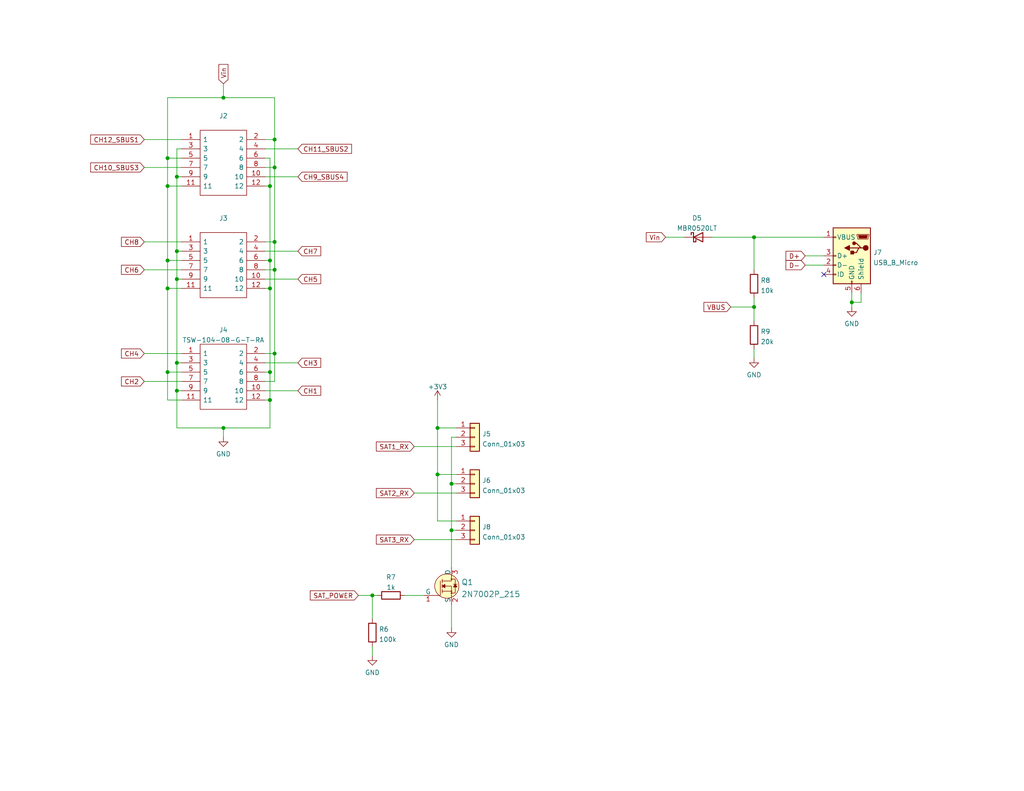
<source format=kicad_sch>
(kicad_sch (version 20250114) (generator "eeschema") (generator_version "9.0")
  (paper "USLetter")
  (title_block (title "RX12G") (date "2022-04-25") (rev "1.0") (company "Quantum Embedded Systems"))
  (lib_symbols
    (symbol "Connector_Generic:Conn_01x03" (pin_names (offset 1.016) (hide yes))
      (property "Reference" "J" (at 0 5.08 0))
      (property "Value" "Conn_01x03" (at 0 -5.08 0))
      (symbol "Conn_01x03_1_1"
        (rectangle (start -1.27 3.81) (end 1.27 -3.81) (stroke (width 0.254)) (fill (type background)))
        (rectangle (start -1.27 2.667) (end 0 2.413) (stroke (width 0.1524)))
        (rectangle (start -1.27 0.127) (end 0 -0.127) (stroke (width 0.1524)))
        (rectangle (start -1.27 -2.413) (end 0 -2.667) (stroke (width 0.1524)))
        (pin passive line (at -5.08 2.54 0) (length 3.81) (name "Pin_1") (number "1"))
        (pin passive line (at -5.08 0 0) (length 3.81) (name "Pin_2") (number "2"))
        (pin passive line (at -5.08 -2.54 0) (length 3.81) (name "Pin_3") (number "3"))
      )
    )
    (symbol "Device:R" (pin_numbers (hide yes)) (pin_names (offset 0))
      (property "Reference" "R" (at 2.032 0 90))
      (property "Value" "R" (at 0 0 90))
      (symbol "R_0_1"
        (rectangle (start -1.016 -2.54) (end 1.016 2.54) (stroke (width 0.254)))
      )
      (symbol "R_1_1"
        (pin passive line (at 0 3.81 270) (length 1.27) (name "~") (number "1"))
        (pin passive line (at 0 -3.81 90) (length 1.27) (name "~") (number "2"))
      )
    )
    (symbol "Digikey:2N7002P_215" (pin_names (offset 0))
      (property "Reference" "Q" (at -2.6924 3.6322 0))
      (property "Value" "2N7002P_215" (at 3.4544 0 90))
      (symbol "2N7002P_215_0_1"
        (polyline (pts (xy -5.08 -2.54) (xy -3.048 -2.54) (xy -3.048 1.397)))
        (circle (center -1.27 0) (radius 3.302) (fill (type background)))
        (polyline (pts (xy -0.127 -1.905) (xy 1.016 -1.905) (xy 1.016 1.397) (xy 1.016 1.905) (xy -0.127 1.905)))
        (polyline (pts (xy 0 2.54) (xy 0 1.397) (xy -2.54 1.397)))
        (circle (center 0 1.905) (radius 0.127))
        (polyline (pts (xy 0 -1.397) (xy -2.54 -1.397)))
        (circle (center 0 -1.397) (radius 0.127))
        (circle (center 0 -1.905) (radius 0.127))
        (polyline (pts (xy 0 -2.54) (xy 0 0) (xy -2.54 0)))
      )
      (symbol "2N7002P_215_1_1"
        (polyline (pts (xy -2.54 1.905) (xy -2.54 0.889)))
        (polyline (pts (xy -2.54 0) (xy -2.54 0.508)))
        (polyline (pts (xy -2.54 0) (xy -2.54 -0.508)))
        (polyline (pts (xy -2.54 0) (xy -1.778 0.508) (xy -1.778 -0.508) (xy -2.54 0)) (fill (type outline)))
        (polyline (pts (xy -2.54 -1.397) (xy -2.54 -0.889)))
        (polyline (pts (xy -2.54 -1.397) (xy -2.54 -1.905)))
        (polyline (pts (xy 1.016 0.508) (xy 0.508 -0.254) (xy 1.524 -0.254) (xy 1.016 0.508)) (fill (type outline)))
        (polyline (pts (xy 1.524 0.508) (xy 0.508 0.508)))
        (pin bidirectional line (at -7.62 -2.54 0) (length 2.54) (name "G") (number "1"))
        (pin bidirectional line (at 0 5.08 270) (length 2.54) (name "D") (number "3"))
        (pin bidirectional line (at 0 -5.08 90) (length 2.54) (name "S") (number "2"))
      )
    )
    (symbol "Diode:MBR0520LT" (pin_numbers (hide yes)) (pin_names (offset 1.016) (hide yes))
      (property "Reference" "D" (at 0 2.54 0))
      (property "Value" "MBR0520LT" (at 0 -2.54 0))
      (symbol "MBR0520LT_0_1"
        (polyline (pts (xy -1.905 0.635) (xy -1.905 1.27) (xy -1.27 1.27) (xy -1.27 -1.27) (xy -0.635 -1.27) (xy -0.635 -0.635)) (stroke (width 0.254)))
        (polyline (pts (xy 1.27 1.27) (xy 1.27 -1.27) (xy -1.27 0) (xy 1.27 1.27)) (stroke (width 0.254)))
        (polyline (pts (xy 1.27 0) (xy -1.27 0)))
      )
      (symbol "MBR0520LT_1_1"
        (pin passive line (at -3.81 0 0) (length 2.54) (name "K") (number "1"))
        (pin passive line (at 3.81 0 180) (length 2.54) (name "A") (number "2"))
      )
    )
    (symbol "SamacSys_Parts:TSW-104-08-G-T-RA" (pin_names (offset 0.762))
      (property "Reference" "J" (at 19.05 7.62 0))
      (property "Value" "TSW-104-08-G-T-RA" (at 19.05 5.08 0))
      (symbol "TSW-104-08-G-T-RA_0_0"
        (pin passive line (at 0 0 0) (length 5.08) (name "1") (number "1"))
        (pin passive line (at 0 -2.54 0) (length 5.08) (name "3") (number "3"))
        (pin passive line (at 0 -5.08 0) (length 5.08) (name "5") (number "5"))
        (pin passive line (at 0 -7.62 0) (length 5.08) (name "7") (number "7"))
        (pin passive line (at 0 -10.16 0) (length 5.08) (name "9") (number "9"))
        (pin passive line (at 0 -12.7 0) (length 5.08) (name "11") (number "11"))
        (pin passive line (at 22.86 0 180) (length 5.08) (name "2") (number "2"))
        (pin passive line (at 22.86 -2.54 180) (length 5.08) (name "4") (number "4"))
        (pin passive line (at 22.86 -5.08 180) (length 5.08) (name "6") (number "6"))
        (pin passive line (at 22.86 -7.62 180) (length 5.08) (name "8") (number "8"))
        (pin passive line (at 22.86 -10.16 180) (length 5.08) (name "10") (number "10"))
        (pin passive line (at 22.86 -12.7 180) (length 5.08) (name "12") (number "12"))
      )
      (symbol "TSW-104-08-G-T-RA_0_1"
        (polyline (pts (xy 5.08 2.54) (xy 17.78 2.54) (xy 17.78 -15.24) (xy 5.08 -15.24) (xy 5.08 2.54)) (stroke (width 0.1524)))
      )
    )
    (symbol "SamacSys_Parts:USB_B_Micro" (pin_names (offset 1.016))
      (property "Reference" "J" (at -5.08 11.43 0))
      (property "Value" "USB_B_Micro" (at -5.08 8.89 0))
      (symbol "USB_B_Micro_0_1"
        (rectangle (start -5.08 -7.62) (end 5.08 7.62) (stroke (width 0.254)) (fill (type background)))
        (polyline (pts (xy -4.699 5.842) (xy -4.699 5.588) (xy -4.445 4.826) (xy -4.445 4.572) (xy -1.651 4.572) (xy -1.651 4.826) (xy -1.397 5.588) (xy -1.397 5.842) (xy -4.699 5.842)))
        (polyline (pts (xy -4.318 5.588) (xy -1.778 5.588) (xy -2.032 4.826) (xy -4.064 4.826) (xy -4.318 5.588)) (fill (type outline)))
        (circle (center -3.81 2.159) (radius 0.635) (stroke (width 0.254)) (fill (type outline)))
        (polyline (pts (xy -3.175 2.159) (xy -2.54 2.159) (xy -1.27 3.429) (xy -0.635 3.429)) (stroke (width 0.254)))
        (polyline (pts (xy -2.54 2.159) (xy -1.905 2.159) (xy -1.27 0.889) (xy 0 0.889)) (stroke (width 0.254)))
        (polyline (pts (xy -1.905 2.159) (xy 0.635 2.159)) (stroke (width 0.254)))
        (circle (center -0.635 3.429) (radius 0.381) (stroke (width 0.254)) (fill (type outline)))
        (rectangle (start -0.127 -7.62) (end 0.127 -6.858))
        (rectangle (start 0.254 1.27) (end -0.508 0.508) (stroke (width 0.254)) (fill (type outline)))
        (polyline (pts (xy 0.635 2.794) (xy 0.635 1.524) (xy 1.905 2.159) (xy 0.635 2.794)) (stroke (width 0.254)) (fill (type outline)))
        (rectangle (start 5.08 4.953) (end 4.318 5.207))
        (rectangle (start 5.08 -0.127) (end 4.318 0.127))
        (rectangle (start 5.08 -2.667) (end 4.318 -2.413))
        (rectangle (start 5.08 -5.207) (end 4.318 -4.953))
      )
      (symbol "USB_B_Micro_1_1"
        (pin passive line (at -2.54 -10.16 90) (length 2.54) (name "Shield") (number "6"))
        (pin passive line (at 0 -10.16 90) (length 2.54) (name "GND") (number "5"))
        (pin passive line (at 7.62 5.08 180) (length 2.54) (name "VBUS") (number "1"))
        (pin bidirectional line (at 7.62 0 180) (length 2.54) (name "D+") (number "3"))
        (pin bidirectional line (at 7.62 -2.54 180) (length 2.54) (name "D-") (number "2"))
        (pin passive line (at 7.62 -5.08 180) (length 2.54) (name "ID") (number "4"))
      )
    )
    (symbol "power:+3V3" (power) (pin_names (offset 0))
      (property "Value" "+3V3" (at 0 3.556 0))
      (symbol "+3V3_0_1"
        (polyline (pts (xy -0.762 1.27) (xy 0 2.54)))
        (polyline (pts (xy 0 2.54) (xy 0.762 1.27)))
        (polyline (pts (xy 0 0) (xy 0 2.54)))
      )
      (symbol "+3V3_1_1"
        (pin power_in line (at 0 0 90) (length 0) (hide yes) (name "+3V3") (number "1"))
      )
    )
    (symbol "power:GND" (power) (pin_names (offset 0))
      (property "Value" "GND" (at 0 -3.81 0))
      (symbol "GND_0_1"
        (polyline (pts (xy 0 0) (xy 0 -1.27) (xy 1.27 -1.27) (xy 0 -2.54) (xy -1.27 -1.27) (xy 0 -1.27)))
      )
      (symbol "GND_1_1"
        (pin power_in line (at 0 0 270) (length 0) (hide yes) (name "GND") (number "1"))
      )
    )
  )
  (junction (at 119.38 129.54))
  (junction (at 45.72 50.8))
  (junction (at 48.26 48.26))
  (junction (at 205.74 83.82))
  (junction (at 45.72 71.12))
  (junction (at 74.93 38.1))
  (junction (at 101.6 162.56))
  (junction (at 60.96 26.67))
  (junction (at 123.19 144.78))
  (junction (at 73.66 71.12))
  (junction (at 45.72 43.18))
  (junction (at 205.74 64.77))
  (junction (at 73.66 109.22))
  (junction (at 74.93 45.72))
  (junction (at 45.72 101.6))
  (junction (at 48.26 106.68))
  (junction (at 74.93 66.04))
  (junction (at 60.96 116.84))
  (junction (at 48.26 76.2))
  (junction (at 73.66 78.74))
  (junction (at 48.26 99.06))
  (junction (at 119.38 116.84))
  (junction (at 73.66 101.6))
  (junction (at 232.41 82.55))
  (junction (at 48.26 68.58))
  (junction (at 123.19 132.08))
  (junction (at 74.93 73.66))
  (junction (at 45.72 78.74))
  (junction (at 73.66 50.8))
  (junction (at 74.93 96.52))
  (no_connect (at 224.79 74.93))
  (wire (pts (xy 49.53 71.12) (xy 45.72 71.12)))
  (wire (pts (xy 39.37 73.66) (xy 49.53 73.66)))
  (wire (pts (xy 48.26 76.2) (xy 48.26 99.06)))
  (wire (pts (xy 205.74 64.77) (xy 224.79 64.77)))
  (wire (pts (xy 113.03 147.32) (xy 124.46 147.32)))
  (wire (pts (xy 101.6 162.56) (xy 101.6 168.91)))
  (wire (pts (xy 73.66 109.22) (xy 72.39 109.22)))
  (wire (pts (xy 49.53 48.26) (xy 48.26 48.26)))
  (wire (pts (xy 234.95 82.55) (xy 232.41 82.55)))
  (wire (pts (xy 72.39 38.1) (xy 74.93 38.1)))
  (wire (pts (xy 74.93 73.66) (xy 74.93 96.52)))
  (wire (pts (xy 48.26 116.84) (xy 60.96 116.84)))
  (wire (pts (xy 48.26 68.58) (xy 48.26 76.2)))
  (wire (pts (xy 73.66 71.12) (xy 73.66 78.74)))
  (wire (pts (xy 39.37 66.04) (xy 49.53 66.04)))
  (wire (pts (xy 72.39 43.18) (xy 73.66 43.18)))
  (wire (pts (xy 123.19 144.78) (xy 124.46 144.78)))
  (wire (pts (xy 60.96 116.84) (xy 73.66 116.84)))
  (wire (pts (xy 45.72 43.18) (xy 45.72 26.67)))
  (wire (pts (xy 49.53 99.06) (xy 48.26 99.06)))
  (wire (pts (xy 113.03 134.62) (xy 124.46 134.62)))
  (wire (pts (xy 72.39 78.74) (xy 73.66 78.74)))
  (wire (pts (xy 124.46 142.24) (xy 119.38 142.24)))
  (wire (pts (xy 72.39 66.04) (xy 74.93 66.04)))
  (wire (pts (xy 123.19 132.08) (xy 123.19 144.78)))
  (wire (pts (xy 219.71 72.39) (xy 224.79 72.39)))
  (wire (pts (xy 45.72 50.8) (xy 45.72 43.18)))
  (wire (pts (xy 72.39 68.58) (xy 81.28 68.58)))
  (wire (pts (xy 39.37 38.1) (xy 49.53 38.1)))
  (wire (pts (xy 73.66 50.8) (xy 73.66 71.12)))
  (wire (pts (xy 119.38 129.54) (xy 119.38 142.24)))
  (wire (pts (xy 45.72 101.6) (xy 45.72 78.74)))
  (wire (pts (xy 49.53 109.22) (xy 45.72 109.22)))
  (wire (pts (xy 101.6 176.53) (xy 101.6 179.07)))
  (wire (pts (xy 123.19 132.08) (xy 124.46 132.08)))
  (wire (pts (xy 48.26 106.68) (xy 49.53 106.68)))
  (wire (pts (xy 74.93 26.67) (xy 60.96 26.67)))
  (wire (pts (xy 119.38 116.84) (xy 124.46 116.84)))
  (wire (pts (xy 48.26 106.68) (xy 48.26 116.84)))
  (wire (pts (xy 49.53 50.8) (xy 45.72 50.8)))
  (wire (pts (xy 205.74 95.25) (xy 205.74 97.79)))
  (wire (pts (xy 48.26 68.58) (xy 49.53 68.58)))
  (wire (pts (xy 205.74 64.77) (xy 205.74 73.66)))
  (wire (pts (xy 72.39 50.8) (xy 73.66 50.8)))
  (wire (pts (xy 45.72 50.8) (xy 45.72 71.12)))
  (wire (pts (xy 45.72 26.67) (xy 60.96 26.67)))
  (wire (pts (xy 123.19 165.1) (xy 123.19 171.45)))
  (wire (pts (xy 39.37 104.14) (xy 49.53 104.14)))
  (wire (pts (xy 234.95 80.01) (xy 234.95 82.55)))
  (wire (pts (xy 72.39 73.66) (xy 74.93 73.66)))
  (wire (pts (xy 101.6 162.56) (xy 102.87 162.56)))
  (wire (pts (xy 48.26 48.26) (xy 48.26 68.58)))
  (wire (pts (xy 49.53 101.6) (xy 45.72 101.6)))
  (wire (pts (xy 119.38 129.54) (xy 124.46 129.54)))
  (wire (pts (xy 123.19 144.78) (xy 123.19 154.94)))
  (wire (pts (xy 48.26 99.06) (xy 48.26 106.68)))
  (wire (pts (xy 181.61 64.77) (xy 186.69 64.77)))
  (wire (pts (xy 113.03 121.92) (xy 124.46 121.92)))
  (wire (pts (xy 74.93 66.04) (xy 74.93 73.66)))
  (wire (pts (xy 119.38 109.22) (xy 119.38 116.84)))
  (wire (pts (xy 72.39 71.12) (xy 73.66 71.12)))
  (wire (pts (xy 74.93 38.1) (xy 74.93 26.67)))
  (wire (pts (xy 72.39 45.72) (xy 74.93 45.72)))
  (wire (pts (xy 39.37 45.72) (xy 49.53 45.72)))
  (wire (pts (xy 73.66 101.6) (xy 73.66 109.22)))
  (wire (pts (xy 49.53 78.74) (xy 45.72 78.74)))
  (wire (pts (xy 72.39 104.14) (xy 74.93 104.14)))
  (wire (pts (xy 199.39 83.82) (xy 205.74 83.82)))
  (wire (pts (xy 219.71 69.85) (xy 224.79 69.85)))
  (wire (pts (xy 72.39 96.52) (xy 74.93 96.52)))
  (wire (pts (xy 72.39 48.26) (xy 81.28 48.26)))
  (wire (pts (xy 97.79 162.56) (xy 101.6 162.56)))
  (wire (pts (xy 48.26 40.64) (xy 48.26 48.26)))
  (wire (pts (xy 45.72 71.12) (xy 45.72 78.74)))
  (wire (pts (xy 49.53 40.64) (xy 48.26 40.64)))
  (wire (pts (xy 119.38 116.84) (xy 119.38 129.54)))
  (wire (pts (xy 49.53 43.18) (xy 45.72 43.18)))
  (wire (pts (xy 232.41 82.55) (xy 232.41 83.82)))
  (wire (pts (xy 73.66 43.18) (xy 73.66 50.8)))
  (wire (pts (xy 72.39 76.2) (xy 81.28 76.2)))
  (wire (pts (xy 232.41 80.01) (xy 232.41 82.55)))
  (wire (pts (xy 49.53 76.2) (xy 48.26 76.2)))
  (wire (pts (xy 74.93 96.52) (xy 74.93 104.14)))
  (wire (pts (xy 74.93 66.04) (xy 74.93 45.72)))
  (wire (pts (xy 60.96 116.84) (xy 60.96 119.38)))
  (wire (pts (xy 60.96 22.86) (xy 60.96 26.67)))
  (wire (pts (xy 72.39 106.68) (xy 81.28 106.68)))
  (wire (pts (xy 205.74 81.28) (xy 205.74 83.82)))
  (wire (pts (xy 72.39 101.6) (xy 73.66 101.6)))
  (wire (pts (xy 72.39 99.06) (xy 81.28 99.06)))
  (wire (pts (xy 74.93 45.72) (xy 74.93 38.1)))
  (wire (pts (xy 194.31 64.77) (xy 205.74 64.77)))
  (wire (pts (xy 39.37 96.52) (xy 49.53 96.52)))
  (wire (pts (xy 73.66 78.74) (xy 73.66 101.6)))
  (wire (pts (xy 72.39 40.64) (xy 81.28 40.64)))
  (wire (pts (xy 124.46 119.38) (xy 123.19 119.38)))
  (wire (pts (xy 73.66 116.84) (xy 73.66 109.22)))
  (wire (pts (xy 205.74 83.82) (xy 205.74 87.63)))
  (wire (pts (xy 123.19 119.38) (xy 123.19 132.08)))
  (wire (pts (xy 45.72 109.22) (xy 45.72 101.6)))
  (wire (pts (xy 110.49 162.56) (xy 115.57 162.56)))
  (global_label "D-" (shape input) (at 219.71 72.39 180) (property "Intersheetrefs" "${INTERSHEET_REFS}" (effects (hide yes))))
  (global_label "CH2" (shape input) (at 39.37 104.14 180) (property "Intersheetrefs" "${INTERSHEET_REFS}" (effects (hide yes))))
  (global_label "Vin" (shape input) (at 181.61 64.77 180) (property "Intersheetrefs" "${INTERSHEET_REFS}" (effects (hide yes))))
  (global_label "SAT1_RX" (shape input) (at 113.03 121.92 180) (property "Intersheetrefs" "${INTERSHEET_REFS}" (effects (hide yes))))
  (global_label "D+" (shape input) (at 219.71 69.85 180) (property "Intersheetrefs" "${INTERSHEET_REFS}" (effects (hide yes))))
  (global_label "SAT2_RX" (shape input) (at 113.03 134.62 180) (property "Intersheetrefs" "${INTERSHEET_REFS}" (effects (hide yes))))
  (global_label "VBUS" (shape input) (at 199.39 83.82 180) (property "Intersheetrefs" "${INTERSHEET_REFS}" (effects (hide yes))))
  (global_label "CH3" (shape input) (at 81.28 99.06 0) (property "Intersheetrefs" "${INTERSHEET_REFS}" (effects (hide yes))))
  (global_label "SAT3_RX" (shape input) (at 113.03 147.32 180) (property "Intersheetrefs" "${INTERSHEET_REFS}" (effects (hide yes))))
  (global_label "CH5" (shape input) (at 81.28 76.2 0) (property "Intersheetrefs" "${INTERSHEET_REFS}" (effects (hide yes))))
  (global_label "Vin" (shape input) (at 60.96 22.86 90) (property "Intersheetrefs" "${INTERSHEET_REFS}" (effects (hide yes))))
  (global_label "CH4" (shape input) (at 39.37 96.52 180) (property "Intersheetrefs" "${INTERSHEET_REFS}" (effects (hide yes))))
  (global_label "CH8" (shape input) (at 39.37 66.04 180) (property "Intersheetrefs" "${INTERSHEET_REFS}" (effects (hide yes))))
  (global_label "SAT_POWER" (shape input) (at 97.79 162.56 180) (property "Intersheetrefs" "${INTERSHEET_REFS}" (effects (hide yes))))
  (global_label "CH11_SBUS2" (shape input) (at 81.28 40.64 0) (property "Intersheetrefs" "${INTERSHEET_REFS}" (effects (hide yes))))
  (global_label "CH10_SBUS3" (shape input) (at 39.37 45.72 180) (property "Intersheetrefs" "${INTERSHEET_REFS}" (effects (hide yes))))
  (global_label "CH6" (shape input) (at 39.37 73.66 180) (property "Intersheetrefs" "${INTERSHEET_REFS}" (effects (hide yes))))
  (global_label "CH12_SBUS1" (shape input) (at 39.37 38.1 180) (property "Intersheetrefs" "${INTERSHEET_REFS}" (effects (hide yes))))
  (global_label "CH9_SBUS4" (shape input) (at 81.28 48.26 0) (property "Intersheetrefs" "${INTERSHEET_REFS}" (effects (hide yes))))
  (global_label "CH1" (shape input) (at 81.28 106.68 0) (property "Intersheetrefs" "${INTERSHEET_REFS}" (effects (hide yes))))
  (global_label "CH7" (shape input) (at 81.28 68.58 0) (property "Intersheetrefs" "${INTERSHEET_REFS}" (effects (hide yes))))
  (symbol (lib_id "Connector_Generic:Conn_01x03") (at 129.54 144.78 0) (unit 1)
    (property "Reference" "J8" (at 131.572 143.8715 0) (effects (justify left)))
    (property "Value" "Conn_01x03" (at 131.572 146.6466 0) (effects (justify left)))
    (property "Footprint" "JST_New:JST_ZH_B3B-ZR_1x03_P1.50mm_Vertical" (effects (hide yes)))
  )
  (symbol (lib_id "SamacSys_Parts:TSW-104-08-G-T-RA") (at 49.53 96.52 0) (unit 1)
    (property "Reference" "J4" (at 60.96 90.0643 0))
    (property "Value" "TSW-104-08-G-T-RA" (at 60.96 92.8394 0))
    (property "Footprint" "SamacSys Parts:HDRRA12W64P254_3X4_1016X254X810P" (effects (hide yes)))
    (property "Datasheet" "http://suddendocs.samtec.com/catalog_english/tsw_th.pdf" (effects (hide yes)))
    (property "Description" "CONN HEADER 12 POS .100\"" (effects (hide yes)))
    (property "Height" "8.1" (effects (hide yes)))
    (property "Mouser Part Number" "200-TSW10408GTRA" (effects (hide yes)))
    (property "Mouser Price/Stock" "https://www.mouser.co.uk/ProductDetail/Samtec/TSW-104-08-G-T-RA?qs=rU5fayqh%252BE1gavtOYeKUlQ%3D%3D" (effects (hide yes)))
    (property "Manufacturer_Name" "SAMTEC" (effects (hide yes)))
    (property "Manufacturer_Part_Number" "TSW-104-08-G-T-RA" (effects (hide yes)))
  )
  (symbol (lib_id "power:GND") (at 205.74 97.79 0) (unit 1)
    (property "Reference" "#PWR0130" (effects (hide yes)))
    (property "Value" "GND" (at 205.74 102.3525 0))
  )
  (symbol (lib_id "Device:R") (at 106.68 162.56 90) (unit 1)
    (property "Reference" "R7" (at 106.68 157.5775 90))
    (property "Value" "1k" (at 106.68 160.3526 90))
    (property "Footprint" "Resistor_SMD:R_0603_1608Metric" (effects (hide yes)))
  )
  (symbol (lib_id "Device:R") (at 101.6 172.72 0) (unit 1)
    (property "Reference" "R6" (at 103.378 171.8115 0) (effects (justify left)))
    (property "Value" "100k" (at 103.378 174.5866 0) (effects (justify left)))
    (property "Footprint" "Resistor_SMD:R_0603_1608Metric" (effects (hide yes)))
  )
  (symbol (lib_id "power:GND") (at 123.19 171.45 0) (unit 1)
    (property "Reference" "#PWR0132" (effects (hide yes)))
    (property "Value" "GND" (at 123.19 176.0125 0))
  )
  (symbol (lib_id "Connector_Generic:Conn_01x03") (at 129.54 119.38 0) (unit 1)
    (property "Reference" "J5" (at 131.572 118.4715 0) (effects (justify left)))
    (property "Value" "Conn_01x03" (at 131.572 121.2466 0) (effects (justify left)))
    (property "Footprint" "JST_New:JST_ZH_B3B-ZR_1x03_P1.50mm_Vertical" (effects (hide yes)))
  )
  (symbol (lib_id "power:GND") (at 101.6 179.07 0) (unit 1)
    (property "Reference" "#PWR0131" (effects (hide yes)))
    (property "Value" "GND" (at 101.6 183.6325 0))
  )
  (symbol (lib_id "power:GND") (at 232.41 83.82 0) (unit 1)
    (property "Reference" "#PWR0129" (effects (hide yes)))
    (property "Value" "GND" (at 232.41 88.3825 0))
  )
  (symbol (lib_id "SamacSys_Parts:USB_B_Micro") (at 232.41 69.85 0) (mirror y) (unit 1)
    (property "Reference" "J7" (at 238.252 68.9415 0) (effects (justify right)))
    (property "Value" "USB_B_Micro" (at 238.252 71.7166 0) (effects (justify right)))
    (property "Footprint" "Connector_USB:USB_Micro-B_Amphenol_10118194_Horizontal" (effects (hide yes)))
  )
  (symbol (lib_id "Device:R") (at 205.74 91.44 180) (unit 1)
    (property "Reference" "R9" (at 207.518 90.5315 0) (effects (justify right)))
    (property "Value" "20k" (at 207.518 93.3066 0) (effects (justify right)))
    (property "Footprint" "Resistor_SMD:R_0603_1608Metric" (effects (hide yes)))
  )
  (symbol (lib_id "Diode:MBR0520LT") (at 190.5 64.77 0) (unit 1)
    (property "Reference" "D5" (at 190.1825 59.5335 0))
    (property "Value" "MBR0520LT" (at 190.1825 62.3086 0))
    (property "Footprint" "Diode_SMD:D_SOD-123" (effects (hide yes)))
    (property "Datasheet" "http://www.onsemi.com/pub_link/Collateral/MBR0520LT1-D.PDF" (effects (hide yes)))
  )
  (symbol (lib_id "SamacSys_Parts:TSW-104-08-G-T-RA") (at 49.53 66.04 0) (unit 1)
    (property "Reference" "J3" (at 60.96 59.5843 0))
    (property "Value" "TSW-104-08-G-T-RA" (effects (hide yes)))
    (property "Footprint" "SamacSys Parts:HDRRA12W64P254_3X4_1016X254X810P" (effects (hide yes)))
    (property "Datasheet" "http://suddendocs.samtec.com/catalog_english/tsw_th.pdf" (effects (hide yes)))
    (property "Description" "CONN HEADER 12 POS .100\"" (effects (hide yes)))
    (property "Height" "8.1" (effects (hide yes)))
    (property "Mouser Part Number" "200-TSW10408GTRA" (effects (hide yes)))
    (property "Mouser Price/Stock" "https://www.mouser.co.uk/ProductDetail/Samtec/TSW-104-08-G-T-RA?qs=rU5fayqh%252BE1gavtOYeKUlQ%3D%3D" (effects (hide yes)))
    (property "Manufacturer_Name" "SAMTEC" (effects (hide yes)))
    (property "Manufacturer_Part_Number" "TSW-104-08-G-T-RA" (effects (hide yes)))
  )
  (symbol (lib_id "power:GND") (at 60.96 119.38 0) (unit 1)
    (property "Reference" "#PWR0128" (effects (hide yes)))
    (property "Value" "GND" (at 60.96 123.9425 0))
  )
  (symbol (lib_id "Digikey:2N7002P_215") (at 123.19 160.02 0) (unit 1)
    (property "Reference" "Q1" (at 125.857 158.9553 0) (effects (font (size 1.524 1.524)) (justify left)))
    (property "Value" "2N7002P_215" (at 125.857 162.2343 0) (effects (font (size 1.524 1.524)) (justify left)))
    (property "Footprint" "digikey:SOT-23-3" (effects (hide yes)))
    (property "Datasheet" "https://assets.nexperia.com/documents/data-sheet/2N7002P.pdf" (effects (hide yes)))
    (property "Digi-Key_PN" "1727-4692-1-ND" (effects (hide yes)))
    (property "MPN" "2N7002P,215" (effects (hide yes)))
    (property "Category" "Discrete Semiconductor Products" (effects (hide yes)))
    (property "Family" "Transistors - FETs, MOSFETs - Single" (effects (hide yes)))
    (property "DK_Datasheet_Link" "https://assets.nexperia.com/documents/data-sheet/2N7002P.pdf" (effects (hide yes)))
    (property "DK_Detail_Page" "/product-detail/en/nexperia-usa-inc/2N7002P,215/1727-4692-1-ND/2531105" (effects (hide yes)))
    (property "Description" "MOSFET N-CH 60V 0.36A SOT-23" (effects (hide yes)))
    (property "Manufacturer" "Nexperia USA Inc." (effects (hide yes)))
    (property "Status" "Active" (effects (hide yes)))
  )
  (symbol (lib_id "Device:R") (at 205.74 77.47 0) (unit 1)
    (property "Reference" "R8" (at 207.518 76.5615 0) (effects (justify left)))
    (property "Value" "10k" (at 207.518 79.3366 0) (effects (justify left)))
    (property "Footprint" "Resistor_SMD:R_0603_1608Metric" (effects (hide yes)))
  )
  (symbol (lib_id "SamacSys_Parts:TSW-104-08-G-T-RA") (at 49.53 38.1 0) (unit 1)
    (property "Reference" "J2" (at 60.96 31.6443 0))
    (property "Value" "TSW-104-08-G-T-RA" (effects (hide yes)))
    (property "Footprint" "SamacSys Parts:HDRRA12W64P254_3X4_1016X254X810P" (effects (hide yes)))
    (property "Datasheet" "http://suddendocs.samtec.com/catalog_english/tsw_th.pdf" (effects (hide yes)))
    (property "Description" "CONN HEADER 12 POS .100\"" (effects (hide yes)))
    (property "Height" "8.1" (effects (hide yes)))
    (property "Mouser Part Number" "200-TSW10408GTRA" (effects (hide yes)))
    (property "Mouser Price/Stock" "https://www.mouser.co.uk/ProductDetail/Samtec/TSW-104-08-G-T-RA?qs=rU5fayqh%252BE1gavtOYeKUlQ%3D%3D" (effects (hide yes)))
    (property "Manufacturer_Name" "SAMTEC" (effects (hide yes)))
    (property "Manufacturer_Part_Number" "TSW-104-08-G-T-RA" (effects (hide yes)))
  )
  (symbol (lib_id "power:+3V3") (at 119.38 109.22 0) (unit 1)
    (property "Reference" "#PWR0133" (effects (hide yes)))
    (property "Value" "+3V3" (at 119.38 105.6155 0))
  )
  (symbol (lib_id "Connector_Generic:Conn_01x03") (at 129.54 132.08 0) (unit 1)
    (property "Reference" "J6" (at 131.572 131.1715 0) (effects (justify left)))
    (property "Value" "Conn_01x03" (at 131.572 133.9466 0) (effects (justify left)))
    (property "Footprint" "JST_New:JST_ZH_B3B-ZR_1x03_P1.50mm_Vertical" (effects (hide yes)))
  )
)
</source>
